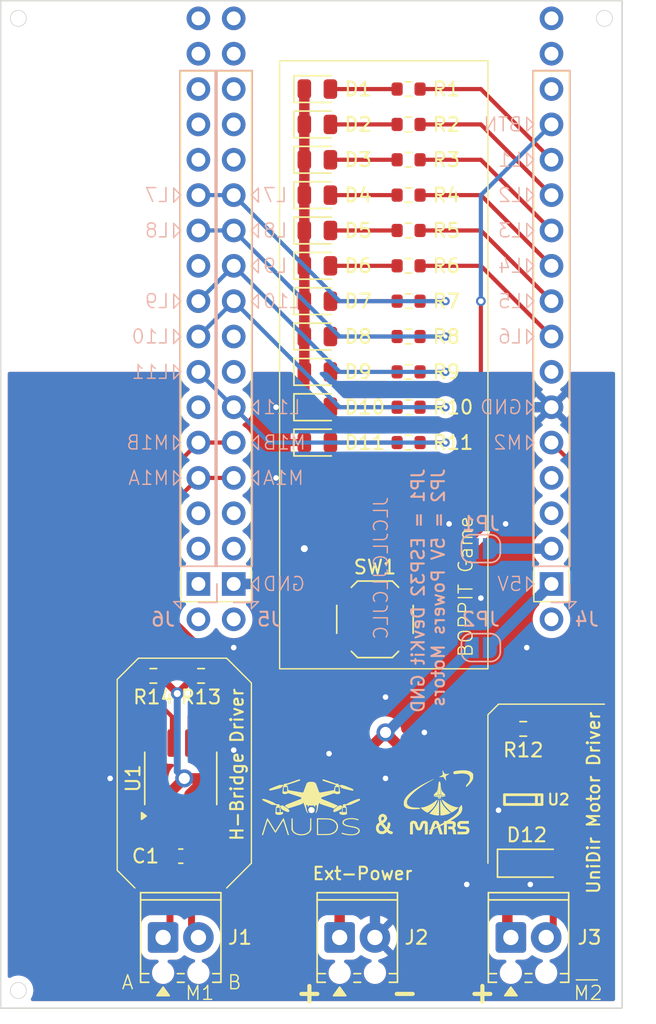
<source format=kicad_pcb>
(kicad_pcb (version 20241229) (generator "pcbnew") (generator_version "9.0")
  (layers (0 "F.Cu" signal) (2 "B.Cu" signal) (13 "F.Paste" user) (15 "B.Paste" user) (5 "F.SilkS" user "F.Silkscreen") (7 "B.SilkS" user "B.Silkscreen") (1 "F.Mask" user) (3 "B.Mask" user) (25 "Edge.Cuts" user))
  (net 0 "")
  (net 1 "M1_INB")
  (net 2 "Net-(D1-A)")
  (net 3 "Net-(D2-A)")
  (net 4 "Net-(D3-A)")
  (net 5 "Net-(D4-A)")
  (net 6 "Net-(D5-A)")
  (net 7 "Net-(D6-A)")
  (net 8 "Net-(D7-A)")
  (net 9 "Net-(D8-A)")
  (net 10 "Net-(D9-A)")
  (net 11 "Net-(D10-A)")
  (net 12 "Net-(D11-A)")
  (net 13 "UNI_G_22")
  (net 14 "M1_INA")
  (net 16 "BUTTON")
  (net 18 "V1_GND")
  (net 19 "V1_GND2")
  (net 22 "LED01")
  (net 23 "LED02")
  (net 24 "LED03")
  (net 25 "LED04")
  (net 26 "LED05")
  (net 27 "LED06")
  (net 28 "LED07")
  (net 29 "LED08")
  (net 30 "LED09")
  (net 31 "LED10")
  (net 32 "LED11")
  (net 38 "KITC_GND")
  (net 39 "S3_UD+")
  (net 40 "S3_UD-")
  (net 47 "M1A")
  (net 48 "M1B")
  (net 49 "+5V")
  (net 50 "M2-")
  (net 51 "M_VCC")
  (footprint "Resistor_SMD:R_0603_1608Metric" (layer "F.Cu") (at 175.14 81.28 180)
    (property "Reference" "R4")
    (property "Value" "100")
  )
  (footprint "" (layer "F.Cu") (at 162.56 68.58)
    (property "Reference" "")
    (property "Value" "")
  )
  (footprint "Resistor_SMD:R_0603_1608Metric" (layer "F.Cu") (at 156.781 115.824)
    (property "Reference" "R14")
    (property "Value" "10K")
  )
  (footprint "LED_SMD:LED_0805_2012Metric" (layer "F.Cu") (at 168.5775 88.9)
    (property "Reference" "D7")
    (property "Value" "YELLOW")
  )
  (footprint "SI2300-N-MOSFET:SOT23_1_" (layer "F.Cu") (at 183.388 124.714 180)
    (property "Reference" "U2")
    (property "Value" "SI2300")
  )
  (footprint "LED_SMD:LED_0805_2012Metric" (layer "F.Cu") (at 168.5775 76.2)
    (property "Reference" "D2")
    (property "Value" "RED")
  )
  (footprint "LOGO" (layer "F.Cu") (at 177.292 124.714)
    (property "Reference" "G***" (hide yes))
    (property "Value" "LOGO" (hide yes))
  )
  (footprint "LED_SMD:LED_0805_2012Metric" (layer "F.Cu") (at 168.5775 78.74)
    (property "Reference" "D3")
    (property "Value" "RED")
  )
  (footprint "" (layer "F.Cu") (at 185.42 71.12)
    (property "Reference" "")
    (property "Value" "")
  )
  (footprint "Resistor_SMD:R_0603_1608Metric" (layer "F.Cu") (at 175.14 93.98 180)
    (property "Reference" "R9")
    (property "Value" "100")
  )
  (footprint "Capacitor_SMD:C_0603_1608Metric" (layer "F.Cu") (at 158.75 128.778)
    (property "Reference" "C1")
    (property "Value" "0.1uF 0603")
  )
  (footprint "LED_SMD:LED_0805_2012Metric" (layer "F.Cu") (at 168.5775 93.98)
    (property "Reference" "D9")
    (property "Value" "RED")
  )
  (footprint "Button_Switch_SMD:SW_SPST_TL3342" (layer "F.Cu") (at 172.72 111.76)
    (property "Reference" "SW1")
    (property "Value" "SW_Push")
  )
  (footprint "Resistor_SMD:R_0603_1608Metric" (layer "F.Cu") (at 160.211 115.824 180)
    (property "Reference" "R13")
    (property "Value" "10K")
  )
  (footprint "LED_SMD:LED_0805_2012Metric" (layer "F.Cu") (at 168.5775 96.52)
    (property "Reference" "D10")
    (property "Value" "RED")
  )
  (footprint "LED_SMD:LED_0805_2012Metric" (layer "F.Cu") (at 168.5775 91.44)
    (property "Reference" "D8")
    (property "Value" "YELLOW")
  )
  (footprint "LED_SMD:LED_0805_2012Metric" (layer "F.Cu") (at 168.5775 81.28)
    (property "Reference" "D4")
    (property "Value" "YELLOW")
  )
  (footprint "" (layer "F.Cu") (at 162.56 71.12)
    (property "Reference" "")
    (property "Value" "")
  )
  (footprint "Resistor_SMD:R_0603_1608Metric" (layer "F.Cu") (at 175.14 99.06 180)
    (property "Reference" "R11")
    (property "Value" "100")
  )
  (footprint "Resistor_SMD:R_0603_1608Metric" (layer "F.Cu") (at 175.14 86.36 180)
    (property "Reference" "R6")
    (property "Value" "100")
  )
  (footprint "" (layer "F.Cu") (at 160.02 111.76)
    (property "Reference" "")
    (property "Value" "")
  )
  (footprint "Resistor_SMD:R_0603_1608Metric" (layer "F.Cu") (at 183.388 119.634)
    (property "Reference" "R12")
    (property "Value" "10K")
  )
  (footprint "" (layer "F.Cu") (at 185.42 111.76)
    (property "Reference" "")
    (property "Value" "")
  )
  (footprint "TerminalBlock_Phoenix:TerminalBlock_Phoenix_MPT-0,5-2-2.54_1x02_P2.54mm_Horizontal" (layer "F.Cu") (at 157.48 134.62)
    (property "Reference" "J1")
    (property "Value" "Conn_01x02_Pin")
  )
  (footprint "Resistor_SMD:R_0603_1608Metric" (layer "F.Cu") (at 175.14 96.52 180)
    (property "Reference" "R10")
    (property "Value" "100")
  )
  (footprint "Package_SO:SOP-8_3.76x4.96mm_P1.27mm" (layer "F.Cu") (at 158.75 123.19 90)
    (property "Reference" "U1")
    (property "Value" "L9110S")
  )
  (footprint "" (layer "F.Cu") (at 160.02 68.58)
    (property "Reference" "")
    (property "Value" "")
  )
  (footprint "Resistor_SMD:R_0603_1608Metric" (layer "F.Cu") (at 175.14 91.44 180)
    (property "Reference" "R8")
    (property "Value" "100")
  )
  (footprint "LED_SMD:LED_0805_2012Metric" (layer "F.Cu") (at 168.5775 99.06)
    (property "Reference" "D11")
    (property "Value" "RED")
  )
  (footprint "TerminalBlock_Phoenix:TerminalBlock_Phoenix_MPT-0,5-2-2.54_1x02_P2.54mm_Horizontal" (layer "F.Cu") (at 182.498 134.62)
    (property "Reference" "J3")
    (property "Value" "Conn_01x02_Pin")
  )
  (footprint "Resistor_SMD:R_0603_1608Metric" (layer "F.Cu") (at 175.14 88.9 180)
    (property "Reference" "R7")
    (property "Value" "100")
  )
  (footprint "" (layer "F.Cu") (at 162.56 111.76)
    (property "Reference" "")
    (property "Value" "")
  )
  (footprint "Resistor_SMD:R_0603_1608Metric" (layer "F.Cu") (at 175.14 83.82 180)
    (property "Reference" "R5")
    (property "Value" "100")
  )
  (footprint "LED_SMD:LED_0805_2012Metric" (layer "F.Cu") (at 168.5775 86.36)
    (property "Reference" "D6")
    (property "Value" "GREEN")
  )
  (footprint "Resistor_SMD:R_0603_1608Metric" (layer "F.Cu") (at 175.14 73.66 180)
    (property "Reference" "R1")
    (property "Value" "100")
  )
  (footprint "TerminalBlock_Phoenix:TerminalBlock_Phoenix_MPT-0,5-2-2.54_1x02_P2.54mm_Horizontal" (layer "F.Cu") (at 170.18 134.62)
    (property "Reference" "J2")
    (property "Value" "Conn_01x02_Pin")
  )
  (footprint "LED_SMD:LED_0805_2012Metric" (layer "F.Cu") (at 168.5775 73.66)
    (property "Reference" "D1")
    (property "Value" "RED")
  )
  (footprint "" (layer "F.Cu") (at 160.02 71.12)
    (property "Reference" "")
    (property "Value" "")
  )
  (footprint "LOGO" (layer "F.Cu") (at 168.131589 124.539359)
    (property "Reference" "G***" (hide yes))
    (property "Value" "LOGO" (hide yes))
  )
  (footprint "Resistor_SMD:R_0603_1608Metric" (layer "F.Cu") (at 175.14 78.74 180)
    (property "Reference" "R3")
    (property "Value" "100")
  )
  (footprint "LED_SMD:LED_0805_2012Metric" (layer "F.Cu") (at 168.5775 83.82)
    (property "Reference" "D5")
    (property "Value" "YELLOW")
  )
  (footprint "Resistor_SMD:R_0603_1608Metric" (layer "F.Cu") (at 175.14 76.2 180)
    (property "Reference" "R2")
    (property "Value" "100")
  )
  (footprint "" (layer "F.Cu") (at 185.42 68.58)
    (property "Reference" "")
    (property "Value" "")
  )
  (footprint "Diode_SMD:D_SOD-123" (layer "F.Cu") (at 183.896 129.286)
    (property "Reference" "D12")
    (property "Value" "1N4148W")
  )
  (footprint "Connector_PinSocket_2.54mm:PinSocket_1x15_P2.54mm_Vertical" (layer "B.Cu") (at 160.02 109.22)
    (property "Reference" "J6")
    (property "Value" "Conn_01x15_Socket")
  )
  (footprint "Connector_PinSocket_2.54mm:PinSocket_1x15_P2.54mm_Vertical" (layer "B.Cu") (at 162.56 109.22)
    (property "Reference" "J5")
    (property "Value" "Conn_01x15_Socket")
  )
  (footprint "Connector_PinSocket_2.54mm:PinSocket_1x15_P2.54mm_Vertical" (layer "B.Cu") (at 185.42 109.22)
    (property "Reference" "J4")
    (property "Value" "Conn_01x15_Socket")
  )
  (footprint "Jumper:SolderJumper-2_P1.3mm_Open_RoundedPad1.0x1.5mm" (layer "B.Cu") (at 180.34 113.792)
    (property "Reference" "JP2")
    (property "Value" "SolderJumper_2_Open")
  )
  (footprint "Jumper:SolderJumper-2_P1.3mm_Open_RoundedPad1.0x1.5mm" (layer "B.Cu") (at 180.34 106.68 180)
    (property "Reference" "JP1")
    (property "Value" "SolderJumper_2_Open")
  )
  (gr_rect (start 184.15 72.39) (end 186.69 110.49) (stroke (width 0.1)) (fill no) (layer "F.SilkS"))
  (gr_line (start 162.052 131.064) (end 163.83 129.286) (stroke (width 0.1)) (layer "F.SilkS"))
  (gr_line (start 162.052 114.554) (end 155.702 114.554) (stroke (width 0.1)) (layer "F.SilkS"))
  (gr_line (start 155.702 114.554) (end 154.178 116.078) (stroke (width 0.1)) (layer "F.SilkS"))
  (gr_rect (start 158.75 72.39) (end 163.83 110.49) (stroke (width 0.1)) (fill no) (layer "F.SilkS"))
  (gr_line (start 162.052 114.554) (end 163.83 116.332) (stroke (width 0.1)) (layer "F.SilkS"))
  (gr_line (start 180.848 118.618) (end 181.61 117.856) (stroke (width 0.1)) (layer "F.SilkS"))
  (gr_line (start 154.178 129.794) (end 154.178 116.078) (stroke (width 0.1)) (layer "F.SilkS"))
  (gr_line (start 187.198 137.668) (end 188.722 137.668) (stroke (width 0.1)) (layer "F.SilkS"))
  (gr_line (start 180.848 129.286) (end 180.848 118.618) (stroke (width 0.1)) (layer "F.SilkS"))
  (gr_line (start 163.83 129.286) (end 163.83 116.332) (stroke (width 0.1)) (layer "F.SilkS"))
  (gr_line (start 181.61 117.856) (end 189.23 117.856) (stroke (width 0.1)) (layer "F.SilkS"))
  (gr_rect (start 165.862 71.628) (end 180.848 115.316) (stroke (width 0.1)) (fill no) (layer "F.SilkS"))
  (gr_line (start 155.448 131.064) (end 154.178 129.794) (stroke (width 0.1)) (layer "F.SilkS"))
  (gr_line (start 164.338 89.408) (end 163.83 88.9) (stroke (width 0.1)) (layer "B.SilkS"))
  (gr_line (start 163.83 88.9) (end 164.338 88.392) (stroke (width 0.1)) (layer "B.SilkS"))
  (gr_line (start 183.642 80.772) (end 183.642 81.788) (stroke (width 0.1)) (layer "B.SilkS"))
  (gr_line (start 184.15 99.06) (end 183.642 99.568) (stroke (width 0.1)) (layer "B.SilkS"))
  (gr_line (start 163.83 96.52) (end 164.338 96.012) (stroke (width 0.1)) (layer "B.SilkS"))
  (gr_line (start 184.15 86.36) (end 183.642 85.852) (stroke (width 0.1)) (layer "B.SilkS"))
  (gr_line (start 163.83 110.49) (end 164.338 110.49) (stroke (width 0.1)) (layer "B.SilkS"))
  (gr_line (start 158.242 102.108) (end 158.242 101.092) (stroke (width 0.1)) (layer "B.SilkS"))
  (gr_line (start 183.642 76.708) (end 184.15 76.2) (stroke (width 0.1)) (layer "B.SilkS"))
  (gr_line (start 187.198 110.49) (end 186.69 110.998) (stroke (width 0.1)) (layer "B.SilkS"))
  (gr_line (start 184.15 91.44) (end 183.642 90.932) (stroke (width 0.1)) (layer "B.SilkS"))
  (gr_line (start 158.242 89.408) (end 158.242 88.392) (stroke (width 0.1)) (layer "B.SilkS"))
  (gr_line (start 183.642 90.932) (end 183.642 91.948) (stroke (width 0.1)) (layer "B.SilkS"))
  (gr_line (start 158.242 110.49) (end 158.75 110.49) (stroke (width 0.1)) (layer "B.SilkS"))
  (gr_line (start 164.338 88.392) (end 164.338 89.408) (stroke (width 0.1)) (layer "B.SilkS"))
  (gr_line (start 184.15 109.22) (end 183.642 108.712) (stroke (width 0.1)) (layer "B.SilkS"))
  (gr_line (start 158.242 84.328) (end 158.242 83.312) (stroke (width 0.1)) (layer "B.SilkS"))
  (gr_line (start 164.338 83.312) (end 164.338 84.328) (stroke (width 0.1)) (layer "B.SilkS"))
  (gr_line (start 183.642 83.312) (end 183.642 84.328) (stroke (width 0.1)) (layer "B.SilkS"))
  (gr_line (start 163.83 101.6) (end 164.338 101.092) (stroke (width 0.1)) (layer "B.SilkS"))
  (gr_line (start 183.642 109.728) (end 184.15 109.22) (stroke (width 0.1)) (layer "B.SilkS"))
  (gr_line (start 158.75 81.28) (end 158.242 81.788) (stroke (width 0.1)) (layer "B.SilkS"))
  (gr_line (start 163.83 86.36) (end 164.338 85.852) (stroke (width 0.1)) (layer "B.SilkS"))
  (gr_line (start 164.338 98.552) (end 164.338 99.568) (stroke (width 0.1)) (layer "B.SilkS"))
  (gr_line (start 184.15 96.52) (end 183.642 97.028) (stroke (width 0.1)) (layer "B.SilkS"))
  (gr_line (start 184.15 78.74) (end 183.642 78.232) (stroke (width 0.1)) (layer "B.SilkS"))
  (gr_line (start 164.338 101.092) (end 164.338 102.108) (stroke (width 0.1)) (layer "B.SilkS"))
  (gr_line (start 158.242 98.552) (end 158.75 99.06) (stroke (width 0.1)) (layer "B.SilkS"))
  (gr_line (start 158.75 101.6) (end 158.242 102.108) (stroke (width 0.1)) (layer "B.SilkS"))
  (gr_line (start 158.242 94.488) (end 158.242 93.472) (stroke (width 0.1)) (layer "B.SilkS"))
  (gr_line (start 184.15 88.9) (end 183.642 88.392) (stroke (width 0.1)) (layer "B.SilkS"))
  (gr_line (start 158.75 99.06) (end 158.242 99.568) (stroke (width 0.1)) (layer "B.SilkS"))
  (gr_line (start 164.338 102.108) (end 163.83 101.6) (stroke (width 0.1)) (layer "B.SilkS"))
  (gr_line (start 158.242 101.092) (end 158.75 101.6) (stroke (width 0.1)) (layer "B.SilkS"))
  (gr_line (start 184.15 99.06) (end 183.642 98.552) (stroke (width 0.1)) (layer "B.SilkS"))
  (gr_line (start 163.83 81.28) (end 164.338 80.772) (stroke (width 0.1)) (layer "B.SilkS"))
  (gr_line (start 158.242 93.472) (end 158.75 93.98) (stroke (width 0.1)) (layer "B.SilkS"))
  (gr_line (start 164.338 81.788) (end 163.83 81.28) (stroke (width 0.1)) (layer "B.SilkS"))
  (gr_line (start 164.338 99.568) (end 163.83 99.06) (stroke (width 0.1)) (layer "B.SilkS"))
  (gr_line (start 163.83 109.22) (end 164.338 108.712) (stroke (width 0.1)) (layer "B.SilkS"))
  (gr_line (start 164.338 80.772) (end 164.338 81.788) (stroke (width 0.1)) (layer "B.SilkS"))
  (gr_line (start 183.642 108.712) (end 183.642 109.728) (stroke (width 0.1)) (layer "B.SilkS"))
  (gr_line (start 183.642 86.868) (end 184.15 86.36) (stroke (width 0.1)) (layer "B.SilkS"))
  (gr_line (start 158.75 83.82) (end 158.242 84.328) (stroke (width 0.1)) (layer "B.SilkS"))
  (gr_line (start 164.338 108.712) (end 164.338 109.728) (stroke (width 0.1)) (layer "B.SilkS"))
  (gr_line (start 183.642 99.568) (end 183.642 98.552) (stroke (width 0.1)) (layer "B.SilkS"))
  (gr_line (start 158.75 91.44) (end 158.242 91.948) (stroke (width 0.1)) (layer "B.SilkS"))
  (gr_line (start 158.242 83.312) (end 158.75 83.82) (stroke (width 0.1)) (layer "B.SilkS"))
  (gr_line (start 158.242 81.788) (end 158.242 80.772) (stroke (width 0.1)) (layer "B.SilkS"))
  (gr_line (start 183.642 89.408) (end 184.15 88.9) (stroke (width 0.1)) (layer "B.SilkS"))
  (gr_line (start 164.338 96.012) (end 164.338 97.028) (stroke (width 0.1)) (layer "B.SilkS"))
  (gr_line (start 164.338 110.49) (end 163.83 110.998) (stroke (width 0.1)) (layer "B.SilkS"))
  (gr_line (start 158.242 88.392) (end 158.75 88.9) (stroke (width 0.1)) (layer "B.SilkS"))
  (gr_line (start 158.242 91.948) (end 158.242 90.932) (stroke (width 0.1)) (layer "B.SilkS"))
  (gr_line (start 163.83 99.06) (end 164.338 98.552) (stroke (width 0.1)) (layer "B.SilkS"))
  (gr_line (start 184.15 76.2) (end 183.642 75.692) (stroke (width 0.1)) (layer "B.SilkS"))
  (gr_line (start 158.242 90.932) (end 158.75 91.44) (stroke (width 0.1)) (layer "B.SilkS"))
  (gr_line (start 163.83 83.82) (end 164.338 83.312) (stroke (width 0.1)) (layer "B.SilkS"))
  (gr_line (start 183.642 81.788) (end 184.15 81.28) (stroke (width 0.1)) (layer "B.SilkS"))
  (gr_line (start 158.75 110.998) (end 158.242 110.49) (stroke (width 0.1)) (layer "B.SilkS"))
  (gr_line (start 164.338 97.028) (end 163.83 96.52) (stroke (width 0.1)) (layer "B.SilkS"))
  (gr_line (start 164.338 109.728) (end 163.83 109.22) (stroke (width 0.1)) (layer "B.SilkS"))
  (gr_line (start 186.69 110.998) (end 186.69 110.49) (stroke (width 0.1)) (layer "B.SilkS"))
  (gr_line (start 184.15 83.82) (end 183.642 83.312) (stroke (width 0.1)) (layer "B.SilkS"))
  (gr_line (start 183.642 75.692) (end 183.642 76.708) (stroke (width 0.1)) (layer "B.SilkS"))
  (gr_line (start 158.242 80.772) (end 158.75 81.28) (stroke (width 0.1)) (layer "B.SilkS"))
  (gr_line (start 158.75 110.49) (end 158.75 110.998) (stroke (width 0.1)) (layer "B.SilkS"))
  (gr_line (start 183.642 91.948) (end 184.15 91.44) (stroke (width 0.1)) (layer "B.SilkS"))
  (gr_line (start 163.83 110.998) (end 163.83 110.49) (stroke (width 0.1)) (layer "B.SilkS"))
  (gr_line (start 158.242 99.568) (end 158.242 98.552) (stroke (width 0.1)) (layer "B.SilkS"))
  (gr_line (start 186.69 110.49) (end 187.198 110.49) (stroke (width 0.1)) (layer "B.SilkS"))
  (gr_line (start 184.15 96.52) (end 183.642 96.012) (stroke (width 0.1)) (layer "B.SilkS"))
  (gr_line (start 164.338 86.868) (end 163.83 86.36) (stroke (width 0.1)) (layer "B.SilkS"))
  (gr_line (start 184.15 81.28) (end 183.642 80.772) (stroke (width 0.1)) (layer "B.SilkS"))
  (gr_line (start 158.75 88.9) (end 158.242 89.408) (stroke (width 0.1)) (layer "B.SilkS"))
  (gr_line (start 158.75 93.98) (end 158.242 94.488) (stroke (width 0.1)) (layer "B.SilkS"))
  (gr_line (start 183.642 79.248) (end 184.15 78.74) (stroke (width 0.1)) (layer "B.SilkS"))
  (gr_line (start 183.642 85.852) (end 183.642 86.868) (stroke (width 0.1)) (layer "B.SilkS"))
  (gr_line (start 164.338 84.328) (end 163.83 83.82) (stroke (width 0.1)) (layer "B.SilkS"))
  (gr_line (start 183.642 84.328) (end 184.15 83.82) (stroke (width 0.1)) (layer "B.SilkS"))
  (gr_line (start 183.642 78.232) (end 183.642 79.248) (stroke (width 0.1)) (layer "B.SilkS"))
  (gr_line (start 183.642 88.392) (end 183.642 89.408) (stroke (width 0.1)) (layer "B.SilkS"))
  (gr_line (start 164.338 85.852) (end 164.338 86.868) (stroke (width 0.1)) (layer "B.SilkS"))
  (gr_line (start 183.642 97.028) (end 183.642 96.012) (stroke (width 0.1)) (layer "B.SilkS"))
  (gr_rect (start 145.796 67.31) (end 190.5 139.7) (stroke (width 0.1)) (fill no) (layer "Edge.Cuts"))
  (gr_circle (center 189.23 68.58) (end 189.806 68.58) (stroke (width 0.05)) (fill no) (layer "Edge.Cuts"))
  (gr_circle (center 147.066 68.58) (end 147.642 68.58) (stroke (width 0.05)) (fill no) (layer "Edge.Cuts"))
  (gr_circle (center 147.066 138.43) (end 147.642 138.43) (stroke (width 0.05)) (fill no) (layer "Edge.Cuts"))
  (gr_text "-" (at 173.736 139.446 0) (layer "F.SilkS") (effects (font (size 1.5 1.5) (thickness 0.3) (bold yes)) (justify left bottom)))
  (gr_text "M1" (at 159.004 139.192 0) (layer "F.SilkS") (effects (font (size 1 1) (thickness 0.1)) (justify left bottom)))
  (gr_text "UniDir Motor Driver" (at 188.976 131.572 90) (layer "F.SilkS") (effects (font (size 0.9 0.9)) (justify left bottom)))
  (gr_text "Ext-Power" (at 168.148 130.556 0) (layer "F.SilkS") (effects (font (size 0.9 0.9)) (justify left bottom)))
  (gr_text "BOPPIT Game" (at 179.832 114.554 90) (layer "F.SilkS") (effects (font (size 1 1) (thickness 0.1)) (justify left bottom)))
  (gr_text "A" (at 154.432 138.43 0) (layer "F.SilkS") (effects (font (size 1 1) (thickness 0.1)) (justify left bottom)))
  (gr_text "+" (at 166.878 139.446 0) (layer "F.SilkS") (effects (font (size 1.5 1.5) (thickness 0.3) (bold yes)) (justify left bottom)))
  (gr_text "+" (at 179.324 139.446 0) (layer "F.SilkS") (effects (font (size 1.5 1.5) (thickness 0.3) (bold yes)) (justify left bottom)))
  (gr_text "H-Bridge Driver" (at 163.322 127.762 90) (layer "F.SilkS") (effects (font (size 0.9 0.9) (thickness 0.15) (bold yes)) (justify left bottom)))
  (gr_text "M2" (at 186.944 139.192 0) (layer "F.SilkS") (effects (font (size 1 1) (thickness 0.1)) (justify left bottom)))
  (gr_text "B" (at 162.052 138.43 0) (layer "F.SilkS") (effects (font (size 1 1) (thickness 0.1)) (justify left bottom)))
  (gr_text "&" (at 172.466 127.254 0) (layer "F.SilkS") (effects (font (size 1.25 1.25) (thickness 0.2) (bold yes)) (justify left bottom)))
  (gr_text "M1B" (at 164.592 99.06 0) (layer "B.SilkS") (effects (font (size 1 1) (thickness 0.1)) (justify right mirror)))
  (gr_text "L3" (at 183.388 83.82 0) (layer "B.SilkS") (effects (font (size 1 1) (thickness 0.1)) (justify left mirror)))
  (gr_text "L6" (at 183.388 91.44 0) (layer "B.SilkS") (effects (font (size 1 1) (thickness 0.1)) (justify left mirror)))
  (gr_text "M1A" (at 164.592 101.6 0) (layer "B.SilkS") (effects (font (size 1 1) (thickness 0.1)) (justify right mirror)))
  (gr_text "5V" (at 183.388 109.22 0) (layer "B.SilkS") (effects (font (size 1 1) (thickness 0.1)) (justify left mirror)))
  (gr_text "L9" (at 157.988 88.9 0) (layer "B.SilkS") (effects (font (size 1 1) (thickness 0.1)) (justify left mirror)))
  (gr_text "L8" (at 157.988 83.82 0) (layer "B.SilkS") (effects (font (size 1 1) (thickness 0.1)) (justify left mirror)))
  (gr_text "BTN" (at 183.388 76.2 0) (layer "B.SilkS") (effects (font (size 1 1) (thickness 0.1)) (justify left mirror)))
  (gr_text "M1A" (at 157.988 101.6 0) (layer "B.SilkS") (effects (font (size 1 1) (thickness 0.1)) (justify left mirror)))
  (gr_text "JLCJLCJLCJLC" (at 173.736 102.87 90) (layer "B.SilkS") (effects (font (size 1 1) (thickness 0.1)) (justify left bottom mirror)))
  (gr_text "M2" (at 183.388 99.06 0) (layer "B.SilkS") (effects (font (size 1 1) (thickness 0.1)) (justify left mirror)))
  (gr_text "L9" (at 164.592 86.36 0) (layer "B.SilkS") (effects (font (size 1 1) (thickness 0.1)) (justify right mirror)))
  (gr_text "L5" (at 183.388 88.9 0) (layer "B.SilkS") (effects (font (size 1 1) (thickness 0.1)) (justify left mirror)))
  (gr_text "L8" (at 164.592 83.82 0) (layer "B.SilkS") (effects (font (size 1 1) (thickness 0.1)) (justify right mirror)))
  (gr_text "L4" (at 183.388 86.36 0) (layer "B.SilkS") (effects (font (size 1 1) (thickness 0.1)) (justify left mirror)))
  (gr_text "L10" (at 164.592 88.9 0) (layer "B.SilkS") (effects (font (size 1 1) (thickness 0.1)) (justify right mirror)))
  (gr_text "GND" (at 183.388 96.52 0) (layer "B.SilkS") (effects (font (size 1 1) (thickness 0.1)) (justify left mirror)))
  (gr_text "L2" (at 183.388 81.28 0) (layer "B.SilkS") (effects (font (size 1 1) (thickness 0.1)) (justify left mirror)))
  (gr_text "L11" (at 164.592 96.52 0) (layer "B.SilkS") (effects (font (size 1 1) (thickness 0.1)) (justify right mirror)))
  (gr_text "L1" (at 183.388 78.74 0) (layer "B.SilkS") (effects (font (size 1 1) (thickness 0.1)) (justify left mirror)))
  (gr_text "GND" (at 164.592 109.22 0) (layer "B.SilkS") (effects (font (size 1 1) (thickness 0.1)) (justify right mirror)))
  (gr_text "M1B" (at 157.988 99.06 0) (layer "B.SilkS") (effects (font (size 1 1) (thickness 0.1)) (justify left mirror)))
  (gr_text "L10" (at 157.988 91.44 0) (layer "B.SilkS") (effects (font (size 1 1) (thickness 0.1)) (justify left mirror)))
  (gr_text "L11" (at 157.988 93.98 0) (layer "B.SilkS") (effects (font (size 1 1) (thickness 0.1)) (justify left mirror)))
  (gr_text "L7" (at 157.988 81.28 0) (layer "B.SilkS") (effects (font (size 1 1) (thickness 0.1)) (justify left mirror)))
  (gr_text "JP1 = ESP32 DevKit GND\nJP2 = 5V Powers Motors" (at 177.8 100.838 90) (layer "B.SilkS") (effects (font (size 0.9 0.9)) (justify left bottom mirror)))
  (gr_text "L7" (at 164.592 81.28 0) (layer "B.SilkS") (effects (font (size 1 1) (thickness 0.1)) (justify right mirror)))
  (segment (start 155.956 115.824) (end 155.956 116.586) (width 0.3) (layer "F.Cu") (net 1))
  (segment (start 155.956 116.586) (end 158.115 118.745) (width 0.3) (layer "F.Cu") (net 1))
  (segment (start 158.115 118.745) (end 158.115 120.6525) (width 0.3) (layer "F.Cu") (net 1))
  (segment (start 162.56 99.06) (end 160.02 99.06) (width 0.3) (layer "F.Cu") (net 1))
  (segment (start 155.956 103.124) (end 155.956 115.824) (width 0.3) (layer "F.Cu") (net 1))
  (segment (start 160.02 99.06) (end 155.956 103.124) (width 0.3) (layer "F.Cu") (net 1))
  (segment (start 169.515 73.66) (end 174.315 73.66) (width 0.3) (layer "F.Cu") (net 2))
  (segment (start 169.515 76.2) (end 174.315 76.2) (width 0.3) (layer "F.Cu") (net 3))
  (segment (start 169.515 78.74) (end 174.315 78.74) (width 0.3) (layer "F.Cu") (net 4))
  (segment (start 169.515 81.28) (end 174.315 81.28) (width 0.3) (layer "F.Cu") (net 5))
  (segment (start 169.515 83.82) (end 174.315 83.82) (width 0.3) (layer "F.Cu") (net 6))
  (segment (start 169.515 86.36) (end 174.315 86.36) (width 0.3) (layer "F.Cu") (net 7))
  (segment (start 169.515 88.9) (end 174.315 88.9) (width 0.3) (layer "F.Cu") (net 8))
  (segment (start 169.515 91.44) (end 174.315 91.44) (width 0.3) (layer "F.Cu") (net 9))
  (segment (start 169.515 93.98) (end 174.315 93.98) (width 0.3) (layer "F.Cu") (net 10))
  (segment (start 169.515 96.52) (end 174.315 96.52) (width 0.3) (layer "F.Cu") (net 11))
  (segment (start 169.515 99.06) (end 174.315 99.06) (width 0.3) (layer "F.Cu") (net 12))
  (segment (start 187.452 101.092) (end 187.452 116.395) (width 0.3) (layer "F.Cu") (net 13))
  (segment (start 184.213 123.589) (end 184.338 123.714) (width 0.5) (layer "F.Cu") (net 13))
  (segment (start 187.452 116.395) (end 184.213 119.634) (width 0.3) (layer "F.Cu") (net 13))
  (segment (start 185.42 99.06) (end 187.452 101.092) (width 0.3) (layer "F.Cu") (net 13))
  (segment (start 184.213 119.634) (end 184.213 123.589) (width 0.5) (layer "F.Cu") (net 13))
  (segment (start 161.036 117.094) (end 159.385 118.745) (width 0.3) (layer "F.Cu") (net 14))
  (segment (start 161.036 115.824) (end 161.036 117.094) (width 0.3) (layer "F.Cu") (net 14))
  (segment (start 159.385 118.745) (end 159.385 120.6525) (width 0.3) (layer "F.Cu") (net 14))
  (segment (start 160.02 101.6) (end 157.48 104.14) (width 0.3) (layer "F.Cu") (net 14))
  (segment (start 161.036 114.554) (end 161.036 115.824) (width 0.3) (layer "F.Cu") (net 14))
  (segment (start 162.56 101.6) (end 160.02 101.6) (width 0.3) (layer "F.Cu") (net 14))
  (segment (start 157.48 110.998) (end 161.036 114.554) (width 0.3) (layer "F.Cu") (net 14))
  (segment (start 157.48 104.14) (end 157.48 110.998) (width 0.3) (layer "F.Cu") (net 14))
  (segment (start 180.34 105.39) (end 175.87 109.86) (width 0.3) (layer "F.Cu") (net 16))
  (segment (start 169.57 109.86) (end 175.87 109.86) (width 0.3) (layer "F.Cu") (net 16))
  (segment (start 180.34 88.9) (end 180.34 105.39) (width 0.3) (layer "F.Cu") (net 16))
  (via (at 180.34 88.9) (size 0.7) (drill 0.4) (layers "F.Cu" "B.Cu") (net 16))
  (segment (start 185.42 76.2) (end 180.34 81.28) (width 0.3) (layer "B.Cu") (net 16))
  (segment (start 180.34 81.28) (end 180.34 88.9) (width 0.3) (layer "B.Cu") (net 16))
  (segment (start 180.99 106.68) (end 185.42 106.68) (width 0.75) (layer "B.Cu") (net 18))
  (segment (start 175.965 73.66) (end 180.34 73.66) (width 0.3) (layer "F.Cu") (net 22))
  (segment (start 180.34 73.66) (end 185.42 78.74) (width 0.3) (layer "F.Cu") (net 22))
  (segment (start 175.965 76.2) (end 180.34 76.2) (width 0.3) (layer "F.Cu") (net 23))
  (segment (start 180.34 76.2) (end 185.42 81.28) (width 0.3) (layer "F.Cu") (net 23))
  (segment (start 175.965 78.74) (end 180.34 78.74) (width 0.3) (layer "F.Cu") (net 24))
  (segment (start 180.34 78.74) (end 185.42 83.82) (width 0.3) (layer "F.Cu") (net 24))
  (segment (start 175.965 81.28) (end 180.34 81.28) (width 0.3) (layer "F.Cu") (net 25))
  (segment (start 180.34 81.28) (end 185.42 86.36) (width 0.3) (layer "F.Cu") (net 25))
  (segment (start 180.34 83.82) (end 185.42 88.9) (width 0.3) (layer "F.Cu") (net 26))
  (segment (start 175.965 83.82) (end 180.34 83.82) (width 0.3) (layer "F.Cu") (net 26))
  (segment (start 180.34 86.36) (end 185.42 91.44) (width 0.3) (layer "F.Cu") (net 27))
  (segment (start 175.965 86.36) (end 180.34 86.36) (width 0.3) (layer "F.Cu") (net 27))
  (segment (start 177.8 88.9) (end 175.965 88.9) (width 0.3) (layer "F.Cu") (net 28))
  (via (at 177.8 88.9) (size 0.6) (drill 0.3) (layers "F.Cu" "B.Cu") (net 28))
  (segment (start 170.18 88.9) (end 177.8 88.9) (width 0.3) (layer "B.Cu") (net 28))
  (segment (start 160.02 81.28) (end 162.56 81.28) (width 0.3) (layer "B.Cu") (net 28))
  (segment (start 162.56 81.28) (end 170.18 88.9) (width 0.3) (layer "B.Cu") (net 28))
  (segment (start 177.8 91.44) (end 175.965 91.44) (width 0.3) (layer "F.Cu") (net 29))
  (via (at 177.8 91.44) (size 0.6) (drill 0.3) (layers "F.Cu" "B.Cu") (net 29))
  (segment (start 170.18 91.44) (end 177.8 91.44) (width 0.3) (layer "B.Cu") (net 29))
  (segment (start 162.56 83.82) (end 170.18 91.44) (width 0.3) (layer "B.Cu") (net 29))
  (segment (start 160.02 83.82) (end 162.56 83.82) (width 0.3) (layer "B.Cu") (net 29))
  (segment (start 177.8 93.98) (end 175.965 93.98) (width 0.3) (layer "F.Cu") (net 30))
  (via (at 177.8 93.98) (size 0.6) (drill 0.3) (layers "F.Cu" "B.Cu") (net 30))
  (segment (start 160.02 88.9) (end 162.56 86.36) (width 0.3) (layer "B.Cu") (net 30))
  (segment (start 170.18 93.98) (end 177.8 93.98) (width 0.3) (layer "B.Cu") (net 30))
  (segment (start 162.56 86.36) (end 170.18 93.98) (width 0.3) (layer "B.Cu") (net 30))
  (segment (start 177.8 96.52) (end 175.965 96.52) (width 0.3) (layer "F.Cu") (net 31))
  (via (at 177.8 96.52) (size 0.6) (drill 0.3) (layers "F.Cu" "B.Cu") (net 31))
  (segment (start 170.18 96.52) (end 177.8 96.52) (width 0.3) (layer "B.Cu") (net 31))
  (segment (start 162.56 88.9) (end 170.18 96.52) (width 0.3) (layer "B.Cu") (net 31))
  (segment (start 160.02 91.44) (end 162.56 88.9) (width 0.3) (layer "B.Cu") (net 31))
  (segment (start 177.8 99.06) (end 175.965 99.06) (width 0.3) (layer "F.Cu") (net 32))
  (via (at 177.8 99.06) (size 0.6) (drill 0.3) (layers "F.Cu" "B.Cu") (net 32))
  (segment (start 162.56 96.52) (end 165.1 99.06) (width 0.3) (layer "B.Cu") (net 32))
  (segment (start 165.1 99.06) (end 177.8 99.06) (width 0.3) (layer "B.Cu") (net 32))
  (segment (start 160.02 93.98) (end 162.56 96.52) (width 0.3) (layer "B.Cu") (net 32))
  (segment (start 167.64 99.06) (end 167.64 106.71) (width 0.75) (layer "F.Cu") (net 38))
  (segment (start 162.56 109.22) (end 165.13 109.22) (width 0.75) (layer "F.Cu") (net 38))
  (segment (start 167.64 73.66) (end 167.64 99.06) (width 0.75) (layer "F.Cu") (net 38))
  (segment (start 169.57 113.66) (end 167.6475 113.66) (width 0.75) (layer "F.Cu") (net 38))
  (segment (start 182.563 123.589) (end 182.438 123.714) (width 0.5) (layer "F.Cu") (net 38))
  (segment (start 175.87 113.66) (end 175.89 113.66) (width 0.75) (layer "F.Cu") (net 38))
  (segment (start 175.87 113.66) (end 169.57 113.66) (width 0.75) (layer "F.Cu") (net 38))
  (segment (start 167.6475 113.66) (end 160.655 120.6525) (width 0.75) (layer "F.Cu") (net 38))
  (segment (start 182.563 119.634) (end 182.563 123.589) (width 0.5) (layer "F.Cu") (net 38))
  (segment (start 165.13 109.22) (end 169.57 113.66) (width 0.75) (layer "F.Cu") (net 38))
  (segment (start 181.864 119.634) (end 182.563 119.634) (width 0.75) (layer "F.Cu") (net 38))
  (segment (start 175.89 113.66) (end 181.864 119.634) (width 0.75) (layer "F.Cu") (net 38))
  (via (at 179.324 130.81) (size 0.7) (drill 0.4) (layers "F.Cu" "B.Cu") (net 38))
  (via (at 165.608 96.52) (size 0.7) (drill 0.4) (layers "F.Cu" "B.Cu") (net 38))
  (via (at 181.61 125.476) (size 0.7) (drill 0.4) (layers "F.Cu" "B.Cu") (net 38))
  (via (at 182.118 104.902) (size 0.7) (drill 0.4) (layers "F.Cu" "B.Cu") (net 38))
  (via (at 183.642 113.792) (size 0.7) (drill 0.4) (layers "F.Cu" "B.Cu") (net 38))
  (via (at 180.34 110.236) (size 0.7) (drill 0.4) (layers "F.Cu" "B.Cu") (net 38))
  (via (at 176.276 119.888) (size 0.7) (drill 0.4) (layers "F.Cu" "B.Cu") (net 38))
  (via (at 165.608 101.6) (size 0.7) (drill 0.4) (layers "F.Cu" "B.Cu") (net 38))
  (via (at 162.56 113.792) (size 0.7) (drill 0.4) (layers "F.Cu" "B.Cu") (net 38))
  (via (at 178.054 104.902) (size 0.7) (drill 0.4) (layers "F.Cu" "B.Cu") (net 38))
  (via (at 173.482 123.19) (size 0.7) (drill 0.4) (layers "F.Cu" "B.Cu") (net 38))
  (via (at 162.56 121.158) (size 0.7) (drill 0.4) (layers "F.Cu" "B.Cu") (net 38))
  (via (at 183.896 130.81) (size 0.7) (drill 0.4) (layers "F.Cu" "B.Cu") (net 38))
  (via (at 173.482 117.348) (size 0.7) (drill 0.4) (layers "F.Cu" "B.Cu") (net 38))
  (via (at 167.64 106.68) (size 0.9) (drill 0.5) (layers "F.Cu" "B.Cu") (net 38))
  (via (at 153.67 123.19) (size 0.7) (drill 0.4) (layers "F.Cu" "B.Cu") (net 38))
  (via (at 169.418 121.412) (size 0.7) (drill 0.4) (layers "F.Cu" "B.Cu") (net 38))
  (via (at 168.148 125.476) (size 0.7) (drill 0.4) (layers "F.Cu" "B.Cu") (net 38))
  (segment (start 179.578 106.568) (end 179.578 100.076) (width 0.75) (layer "B.Cu") (net 38))
  (segment (start 179.69 106.68) (end 167.64 106.68) (width 0.75) (layer "B.Cu") (net 38))
  (segment (start 165.1 109.22) (end 162.56 109.22) (width 0.75) (layer "B.Cu") (net 38))
  (segment (start 183.134 96.52) (end 185.42 96.52) (width 0.75) (layer "B.Cu") (net 38))
  (segment (start 172.72 134.62) (end 172.72 128.016) (width 0.75) (layer "B.Cu") (net 38))
  (segment (start 172.72 128.016) (end 165.1 120.396) (width 0.75) (layer "B.Cu") (net 38))
  (segment (start 179.69 106.68) (end 179.578 106.568) (width 0.75) (layer "B.Cu") (net 38))
  (segment (start 167.64 106.68) (end 165.1 109.22) (width 0.75) (layer "B.Cu") (net 38))
  (segment (start 179.578 100.076) (end 183.134 96.52) (width 0.75) (layer "B.Cu") (net 38))
  (segment (start 165.1 120.396) (end 165.1 109.22) (width 0.75) (layer "B.Cu") (net 38))
  (segment (start 156.845 127.648) (end 157.975 128.778) (width 0.5) (layer "F.Cu") (net 47))
  (segment (start 156.845 125.7275) (end 156.845 127.648) (width 0.5) (layer "F.Cu") (net 47))
  (segment (start 157.975 128.778) (end 157.975 134.125) (width 0.5) (layer "F.Cu") (net 47))
  (segment (start 157.975 134.125) (end 157.48 134.62) (width 0.5) (layer "F.Cu") (net 47))
  (segment (start 159.525 134.125) (end 160.02 134.62) (width 0.5) (layer "F.Cu") (net 48))
  (segment (start 160.655 125.7275) (end 160.655 127.648) (width 0.5) (layer "F.Cu") (net 48))
  (segment (start 159.525 128.778) (end 159.525 134.125) (width 0.5) (layer "F.Cu") (net 48))
  (segment (start 160.655 127.648) (end 159.525 128.778) (width 0.5) (layer "F.Cu") (net 48))
  (segment (start 185.42 109.22) (end 180.99 113.65) (width 0.75) (layer "B.Cu") (net 49))
  (segment (start 185.546 129.286) (end 185.546 134.112) (width 0.5) (layer "F.Cu") (net 50))
  (segment (start 185.546 134.112) (end 185.038 134.62) (width 0.5) (layer "F.Cu") (net 50))
  (segment (start 183.388 127.128) (end 185.546 129.286) (width 0.5) (layer "F.Cu") (net 50))
  (segment (start 183.388 125.714) (end 183.388 127.128) (width 0.5) (layer "F.Cu") (net 50))
  (segment (start 159.385 124.333) (end 159.385 125.7275) (width 0.75) (layer "F.Cu") (net 51))
  (segment (start 158.115 125.7275) (end 158.115 124.079) (width 0.75) (layer "F.Cu") (net 51))
  (segment (start 182.246 128.652) (end 182.246 129.286) (width 0.75) (layer "F.Cu") (net 51))
  (segment (start 160.528 123.19) (end 159.385 124.333) (width 0.75) (layer "F.Cu") (net 51))
  (segment (start 170.18 123.19) (end 160.528 123.19) (width 0.75) (layer "F.Cu") (net 51))
  (segment (start 159.004 123.19) (end 160.528 123.19) (width 0.75) (layer "F.Cu") (net 51))
  (segment (start 157.606 115.824) (end 157.606 116.204) (width 0.5) (layer "F.Cu") (net 51))
  (segment (start 158.115 124.079) (end 159.004 123.19) (width 0.75) (layer "F.Cu") (net 51))
  (segment (start 159.386 116.204) (end 158.496 117.094) (width 0.5) (layer "F.Cu") (net 51))
  (segment (start 173.482 119.888) (end 170.18 123.19) (width 0.75) (layer "F.Cu") (net 51))
  (segment (start 170.18 134.62) (end 170.18 123.19) (width 0.75) (layer "F.Cu") (net 51))
  (segment (start 157.606 116.204) (end 158.496 117.094) (width 0.5) (layer "F.Cu") (net 51))
  (segment (start 182.246 134.368) (end 182.498 134.62) (width 0.75) (layer "F.Cu") (net 51))
  (segment (start 159.386 115.824) (end 159.386 116.204) (width 0.5) (layer "F.Cu") (net 51))
  (segment (start 173.482 119.888) (end 182.246 128.652) (width 0.75) (layer "F.Cu") (net 51))
  (segment (start 182.246 129.286) (end 182.246 134.368) (width 0.75) (layer "F.Cu") (net 51))
  (via (at 173.482 119.888) (size 1.3) (drill 0.8) (layers "F.Cu" "B.Cu") (net 51))
  (via (at 159.004 123.19) (size 1.3) (drill 0.8) (layers "F.Cu" "B.Cu") (net 51))
  (via (at 158.496 117.094) (size 0.9) (drill 0.5) (layers "F.Cu" "B.Cu") (net 51))
  (segment (start 173.594 119.888) (end 173.482 119.888) (width 0.75) (layer "B.Cu") (net 51))
  (segment (start 158.496 122.682) (end 159.004 123.19) (width 0.5) (layer "B.Cu") (net 51))
  (segment (start 179.69 113.792) (end 173.594 119.888) (width 0.75) (layer "B.Cu") (net 51))
  (segment (start 158.496 117.094) (end 158.496 122.682) (width 0.5) (layer "B.Cu") (net 51))
  (zone (net 38) (net_name "KITC_GND") (layer "F.Cu") (connect_pads (clearance 0.5)) (min_thickness 0.25) (fill yes (thermal_gap 0.5) (thermal_bridge_width 0.5))
    (polygon (pts (xy 146.304 139.192) (xy 146.304 93.98) (xy 189.992 93.98) (xy 189.992 139.192)))
  )
  (zone (net 38) (net_name "KITC_GND") (layer "B.Cu") (priority 1) (connect_pads (clearance 0.5)) (min_thickness 0.25) (fill yes (thermal_gap 0.5) (thermal_bridge_width 0.5))
    (polygon (pts (xy 146.304 139.192) (xy 146.304 93.98) (xy 189.992 93.98) (xy 189.992 139.192)))
  )
)
</source>
